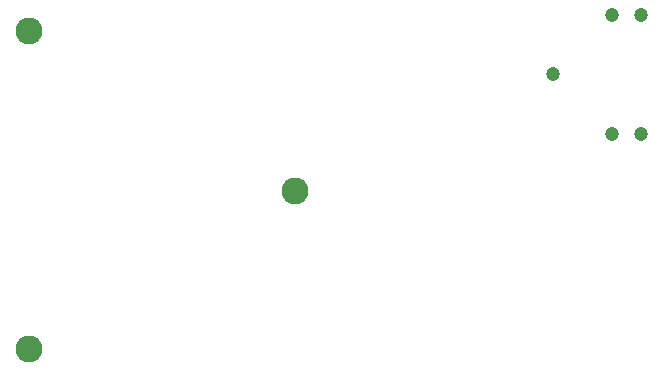
<source format=gbr>
%TF.GenerationSoftware,Altium Limited,Altium Designer,24.2.2 (26)*%
G04 Layer_Color=0*
%FSLAX45Y45*%
%MOMM*%
%TF.SameCoordinates,979FBE80-878B-4EC3-91C7-7055811A0E5A*%
%TF.FilePolarity,Positive*%
%TF.FileFunction,NonPlated,1,4,NPTH,Drill*%
%TF.Part,Single*%
G01*
G75*
%TA.AperFunction,ComponentDrill*%
%ADD87C,2.28600*%
%ADD88C,1.20000*%
D87*
X14592300Y5905500D02*
D03*
X12341860Y4566920D02*
D03*
Y7254240D02*
D03*
D88*
X17521620Y6388480D02*
D03*
X17271620D02*
D03*
X16771620Y6888480D02*
D03*
X17521620Y7388480D02*
D03*
X17271620D02*
D03*
%TF.MD5,8961d708e104dab27ea014cbbfbb310f*%
M02*

</source>
